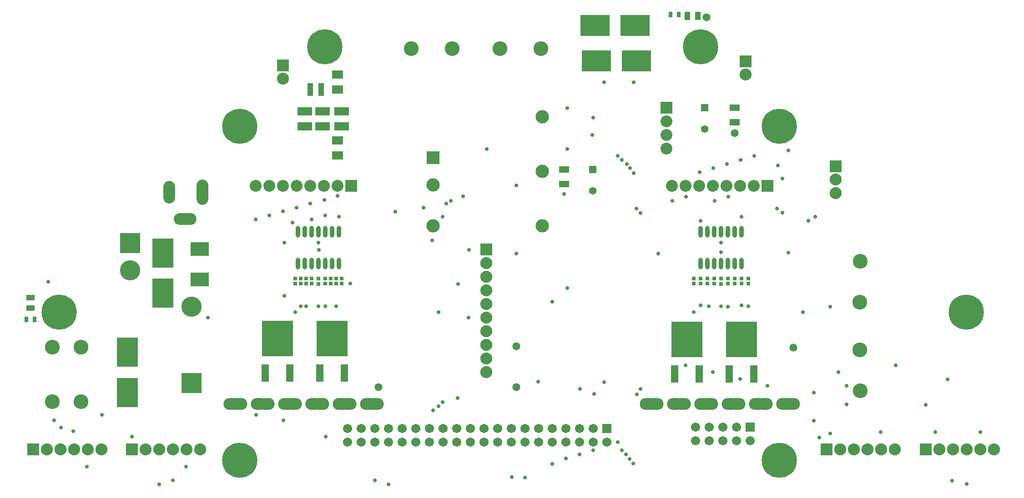
<source format=gts>
G04*
G04 #@! TF.GenerationSoftware,Altium Limited,Altium Designer,22.3.1 (43)*
G04*
G04 Layer_Color=8388736*
%FSLAX44Y44*%
%MOMM*%
G71*
G04*
G04 #@! TF.SameCoordinates,183D5ADB-B2EB-4085-A593-B9F204B0C739*
G04*
G04*
G04 #@! TF.FilePolarity,Negative*
G04*
G01*
G75*
%ADD36R,4.0132X5.5372*%
%ADD37R,5.5372X4.0132*%
%ADD38R,1.0532X2.4032*%
%ADD39R,1.6032X1.1032*%
%ADD40R,1.1032X1.6032*%
%ADD41R,0.8032X1.1032*%
%ADD42R,0.7532X0.7532*%
%ADD43R,1.4532X3.2032*%
%ADD44R,5.7532X6.6032*%
%ADD45O,0.8032X2.2032*%
%ADD46R,2.7532X1.5032*%
%ADD47R,2.0032X1.5032*%
%ADD48R,3.3532X2.6532*%
%ADD49R,1.9032X1.3032*%
%ADD50R,0.7032X0.8032*%
%ADD51C,2.2352*%
%ADD52R,2.2352X2.2352*%
%ADD53C,3.7592*%
%ADD54R,3.7592X3.7592*%
%ADD55R,2.2032X2.2032*%
%ADD56C,2.2032*%
%ADD57C,2.7432*%
%ADD58O,3.0032X2.2032*%
%ADD59C,2.4892*%
%ADD60R,2.4892X2.4892*%
%ADD61C,6.5532*%
%ADD62C,1.7032*%
%ADD63R,1.7032X1.7032*%
%ADD64R,2.2352X2.2352*%
%ADD65O,2.2032X4.2032*%
%ADD66O,4.2032X2.2032*%
%ADD67O,2.2032X4.7032*%
%ADD68R,1.4032X1.4032*%
%ADD69C,1.4032*%
%ADD70C,0.7112*%
%ADD71C,1.4732*%
D36*
X-948442Y-165476D02*
D03*
Y-240152D02*
D03*
X-882402Y-54987D02*
D03*
Y19690D02*
D03*
D37*
X-2927Y443489D02*
D03*
X-77603D02*
D03*
X-387Y377449D02*
D03*
X-75063D02*
D03*
D38*
X-587582Y324109D02*
D03*
X-608082D02*
D03*
D39*
X-1128253Y-82750D02*
D03*
Y-63250D02*
D03*
D40*
X94288Y461269D02*
D03*
X113788D02*
D03*
D41*
X-1120753Y-103890D02*
D03*
X-1135753D02*
D03*
X63229Y463809D02*
D03*
X78229D02*
D03*
D42*
X144025Y-28130D02*
D03*
Y-37130D02*
D03*
X-605275Y-28130D02*
D03*
Y-37130D02*
D03*
X131325Y-36960D02*
D03*
Y-27960D02*
D03*
X-615435Y-37130D02*
D03*
Y-28130D02*
D03*
X182125Y-27960D02*
D03*
Y-36960D02*
D03*
X-569715Y-28130D02*
D03*
Y-37130D02*
D03*
X169425Y-37130D02*
D03*
Y-28130D02*
D03*
X-579875Y-37130D02*
D03*
Y-28130D02*
D03*
X105925Y-36960D02*
D03*
Y-27960D02*
D03*
X-635755Y-37130D02*
D03*
Y-28130D02*
D03*
X118625Y-27960D02*
D03*
Y-36960D02*
D03*
X-625595Y-28130D02*
D03*
Y-37130D02*
D03*
X207525Y-36960D02*
D03*
Y-27960D02*
D03*
X-549395Y-37130D02*
D03*
Y-28130D02*
D03*
X194825Y-27960D02*
D03*
Y-36960D02*
D03*
X-559555Y-28130D02*
D03*
Y-37130D02*
D03*
D43*
X172147Y-205490D02*
D03*
X217947D02*
D03*
X-589852Y-204220D02*
D03*
X-544053D02*
D03*
X70547Y-205490D02*
D03*
X116348D02*
D03*
X-691453Y-204220D02*
D03*
X-645653D02*
D03*
D44*
X195047Y-140990D02*
D03*
X-566953Y-139720D02*
D03*
X93448Y-140990D02*
D03*
X-668553Y-139720D02*
D03*
D45*
X118625Y59350D02*
D03*
X194825D02*
D03*
X182125D02*
D03*
X169425D02*
D03*
X156725D02*
D03*
X144025D02*
D03*
X131325D02*
D03*
X194825Y-150D02*
D03*
X182125D02*
D03*
X169425D02*
D03*
X156725D02*
D03*
X144025D02*
D03*
X131325D02*
D03*
X118625D02*
D03*
X-630675Y59350D02*
D03*
X-554475D02*
D03*
X-567175D02*
D03*
X-579875D02*
D03*
X-592575D02*
D03*
X-605275D02*
D03*
X-617975D02*
D03*
X-554475Y-150D02*
D03*
X-567175D02*
D03*
X-579875D02*
D03*
X-592575D02*
D03*
X-605275D02*
D03*
X-617975D02*
D03*
X-630675D02*
D03*
D46*
X-618242Y283468D02*
D03*
Y255469D02*
D03*
X-584711Y283468D02*
D03*
Y255468D02*
D03*
X-549151Y283468D02*
D03*
Y255468D02*
D03*
D47*
X-557102Y324109D02*
D03*
Y352608D02*
D03*
X-557102Y229620D02*
D03*
Y201120D02*
D03*
D48*
X-813555Y27490D02*
D03*
Y-29510D02*
D03*
D49*
X182125Y263530D02*
D03*
X-135375Y148290D02*
D03*
Y175290D02*
D03*
X182125Y290530D02*
D03*
D50*
X156725Y-38130D02*
D03*
X-592575D02*
D03*
X156725Y-28130D02*
D03*
X-592575D02*
D03*
D51*
X-280155Y-202230D02*
D03*
Y-176830D02*
D03*
Y-151430D02*
D03*
Y-126030D02*
D03*
Y-100630D02*
D03*
Y-75230D02*
D03*
Y-49830D02*
D03*
Y-24430D02*
D03*
Y970D02*
D03*
X-914152Y-346451D02*
D03*
X-837952D02*
D03*
X-863352D02*
D03*
X-888752D02*
D03*
X-812552D02*
D03*
X-1098302D02*
D03*
X-1022102D02*
D03*
X-1047502D02*
D03*
X-1072902D02*
D03*
X-996702D02*
D03*
X562858Y-346451D02*
D03*
X639058D02*
D03*
X613658D02*
D03*
X588258D02*
D03*
X664458D02*
D03*
X378708D02*
D03*
X454908D02*
D03*
X429508D02*
D03*
X404108D02*
D03*
X480308D02*
D03*
X369998Y156468D02*
D03*
Y131576D02*
D03*
X-658882Y344428D02*
D03*
X202358Y352048D02*
D03*
D52*
X-280155Y26370D02*
D03*
X-939552Y-346451D02*
D03*
X-1123702D02*
D03*
X537458Y-346451D02*
D03*
X353308D02*
D03*
D53*
X-943095Y-12830D02*
D03*
X-828795Y-80310D02*
D03*
D54*
X-943095Y37970D02*
D03*
X-828795Y-222550D02*
D03*
D55*
X55125Y290530D02*
D03*
X243347Y145030D02*
D03*
X-531353Y145030D02*
D03*
D56*
X55125Y265130D02*
D03*
Y239730D02*
D03*
Y214330D02*
D03*
X116347Y145030D02*
D03*
X90947D02*
D03*
X192547D02*
D03*
X167147D02*
D03*
X141747D02*
D03*
X65547D02*
D03*
X217947D02*
D03*
X-658353Y145030D02*
D03*
X-683753D02*
D03*
X-582153D02*
D03*
X-607553D02*
D03*
X-632953D02*
D03*
X-709153D02*
D03*
X-556753D02*
D03*
D57*
X-178642Y400308D02*
D03*
X-419942D02*
D03*
X415539Y4068D02*
D03*
Y-237232D02*
D03*
X-1088142Y-257551D02*
D03*
X-1034802D02*
D03*
X-1088142Y-155951D02*
D03*
X-1034802D02*
D03*
X-343742Y400459D02*
D03*
X-254842D02*
D03*
X415389Y-161032D02*
D03*
Y-72132D02*
D03*
D58*
X274247Y-261370D02*
D03*
X288647D02*
D03*
X121847D02*
D03*
X71047D02*
D03*
X85448D02*
D03*
X237847D02*
D03*
X223447D02*
D03*
X172647D02*
D03*
X187048D02*
D03*
X136248D02*
D03*
X20247D02*
D03*
X34648D02*
D03*
X-500453Y-261370D02*
D03*
X-486053D02*
D03*
X-652853D02*
D03*
X-703653D02*
D03*
X-689253D02*
D03*
X-536853D02*
D03*
X-551253D02*
D03*
X-602053D02*
D03*
X-587653D02*
D03*
X-638453D02*
D03*
X-754453D02*
D03*
X-740053D02*
D03*
D59*
X-379481Y70108D02*
D03*
X-176281D02*
D03*
Y171708D02*
D03*
Y273308D02*
D03*
X-379481Y146308D02*
D03*
D60*
Y197108D02*
D03*
D61*
X265509Y255528D02*
D03*
Y-366772D02*
D03*
X-738891Y255528D02*
D03*
Y-366772D02*
D03*
X-580542Y404018D02*
D03*
X118551Y404019D02*
D03*
X612884Y-90315D02*
D03*
X-1074875Y-90314D02*
D03*
D62*
X-538391Y-307072D02*
D03*
X-512991D02*
D03*
X-487591D02*
D03*
X-462191D02*
D03*
X-436791D02*
D03*
X-411391D02*
D03*
X-385991D02*
D03*
X-360591D02*
D03*
X-335191D02*
D03*
X-309791D02*
D03*
X-284391D02*
D03*
X-258991D02*
D03*
X-233591D02*
D03*
X-208191D02*
D03*
X-182791D02*
D03*
X-157391D02*
D03*
X-131991D02*
D03*
X-106591D02*
D03*
X-538391Y-332472D02*
D03*
X-512991D02*
D03*
X-487591D02*
D03*
X-462191D02*
D03*
X-436791D02*
D03*
X-411391D02*
D03*
X-385991D02*
D03*
X-360591D02*
D03*
X-335191D02*
D03*
X-309791D02*
D03*
X-284391D02*
D03*
X-258991D02*
D03*
X-233591D02*
D03*
X-208191D02*
D03*
X-182791D02*
D03*
X-157391D02*
D03*
X-131991D02*
D03*
X-106591D02*
D03*
X-81191D02*
D03*
Y-307072D02*
D03*
X-55791Y-332472D02*
D03*
X109609Y-329972D02*
D03*
Y-304572D02*
D03*
X135009Y-329972D02*
D03*
Y-304572D02*
D03*
X160408Y-329972D02*
D03*
X160409Y-304572D02*
D03*
X185809Y-329972D02*
D03*
Y-304572D02*
D03*
X211209Y-329972D02*
D03*
D63*
X-55791Y-307072D02*
D03*
X211209Y-304572D02*
D03*
D64*
X369998Y181360D02*
D03*
X-658882Y369320D02*
D03*
X202358Y376940D02*
D03*
D65*
X-870475Y133220D02*
D03*
D66*
X-840475Y83220D02*
D03*
D67*
X-808475Y133220D02*
D03*
D68*
X126245Y290530D02*
D03*
X-82035Y175590D02*
D03*
D69*
X126245Y250530D02*
D03*
X-82035Y135590D02*
D03*
D70*
X-279400Y213360D02*
D03*
X-129540D02*
D03*
X-1084065Y-292230D02*
D03*
X578365Y-216030D02*
D03*
X-656075Y-59820D02*
D03*
Y39240D02*
D03*
X-592575D02*
D03*
X329689Y-293112D02*
D03*
X194825Y-78180D02*
D03*
X207525Y-79791D02*
D03*
X133778Y-79752D02*
D03*
X118625Y-78180D02*
D03*
X105925Y-90880D02*
D03*
X39885Y18750D02*
D03*
X-224275D02*
D03*
Y145750D02*
D03*
X329320Y-240455D02*
D03*
X339605Y-324150D02*
D03*
X359925Y-316530D02*
D03*
X-313175Y-100630D02*
D03*
X-798315D02*
D03*
X-369055Y-90470D02*
D03*
X-635755D02*
D03*
X-380911Y43448D02*
D03*
X-605300Y82275D02*
D03*
X156725Y39070D02*
D03*
X169425Y-80720D02*
D03*
X156638Y-79752D02*
D03*
X-135375Y129870D02*
D03*
X-559642Y-79752D02*
D03*
X-579962D02*
D03*
X-592662D02*
D03*
X-615522D02*
D03*
X-625682D02*
D03*
X-1095761Y-34032D02*
D03*
X-6186Y-372761D02*
D03*
X-157391Y-373112D02*
D03*
X-13002Y-364337D02*
D03*
X-183635Y-220010D02*
D03*
X-379215Y-273350D02*
D03*
X-369055Y-265730D02*
D03*
X-361435Y-258110D02*
D03*
X-333495Y-250490D02*
D03*
X-640835Y75925D02*
D03*
X-361435Y87330D02*
D03*
X-554475D02*
D03*
X-533295Y-37634D02*
D03*
X-332559Y-37826D02*
D03*
X-129359Y-45446D02*
D03*
X-157299Y-70846D02*
D03*
X-129359Y289834D02*
D03*
X66221Y117114D02*
D03*
X144961D02*
D03*
X91621Y124734D02*
D03*
X170361D02*
D03*
X282121Y20594D02*
D03*
Y211094D02*
D03*
X-82942Y239730D02*
D03*
X-81099Y272054D02*
D03*
X-312239Y25674D02*
D03*
X-591639D02*
D03*
X-449399Y96794D02*
D03*
X-838852Y-378607D02*
D03*
X-1023439Y-378186D02*
D03*
X-578939Y-322306D02*
D03*
X-657679Y-291826D02*
D03*
X-939619Y-322457D02*
D03*
X-1048839Y-312146D02*
D03*
X-1071699Y-305312D02*
D03*
X-708479Y-281666D02*
D03*
X-995499D02*
D03*
X-487499Y-403586D02*
D03*
X-462099Y-411206D02*
D03*
X-863419Y-403586D02*
D03*
X-888819Y-411206D02*
D03*
X-208099Y-398506D02*
D03*
X-232989Y-397599D02*
D03*
X586921Y-404425D02*
D03*
X614268Y-410775D02*
D03*
X181Y-243566D02*
D03*
X-410Y102275D02*
D03*
X-6048Y168747D02*
D03*
X-12519Y178074D02*
D03*
X-131991Y-362952D02*
D03*
X-20139Y-355326D02*
D03*
X-106591Y-355332D02*
D03*
X-27851Y193308D02*
D03*
X-35471Y200928D02*
D03*
X-60871Y338088D02*
D03*
Y-220712D02*
D03*
X-35471Y-332472D02*
D03*
X-27851Y-347712D02*
D03*
X-81191D02*
D03*
X193129Y193308D02*
D03*
X218238Y200638D02*
D03*
X167729Y185688D02*
D03*
X142329Y178068D02*
D03*
X116929Y170448D02*
D03*
X-18535Y185750D02*
D03*
X6865Y94310D02*
D03*
Y-233350D02*
D03*
X-5847Y338150D02*
D03*
X555505Y-313990D02*
D03*
X454170Y-314262D02*
D03*
X639325Y-313990D02*
D03*
X-79495Y-242870D02*
D03*
X271025Y158450D02*
D03*
X331985Y87330D02*
D03*
X319285Y79710D02*
D03*
X194825Y87330D02*
D03*
X118625Y79710D02*
D03*
X156943Y21290D02*
D03*
X309100Y-90445D02*
D03*
X359925Y-80310D02*
D03*
X537725Y-263190D02*
D03*
X390647Y-262788D02*
D03*
X390405Y-227630D02*
D03*
X243085D02*
D03*
X192285Y-214930D02*
D03*
X375165Y-202230D02*
D03*
X141485D02*
D03*
X481845Y-189530D02*
D03*
X90685D02*
D03*
X-658615Y97490D02*
D03*
X-684015Y89870D02*
D03*
X-579875D02*
D03*
X-632953Y104390D02*
D03*
X-396733D02*
D03*
X-607553Y112010D02*
D03*
X-346282Y117173D02*
D03*
X-323422Y125480D02*
D03*
X-354666Y112016D02*
D03*
X-709502Y82300D02*
D03*
X-581869Y118366D02*
D03*
X-556753Y125980D02*
D03*
X270938Y95000D02*
D03*
X260778Y102620D02*
D03*
X-105918Y-233504D02*
D03*
X262382Y183056D02*
D03*
D71*
X129848Y458728D02*
D03*
X-480815Y-230170D02*
D03*
X-224275D02*
D03*
Y-153970D02*
D03*
X291345Y-156510D02*
D03*
X182064Y242666D02*
D03*
M02*

</source>
